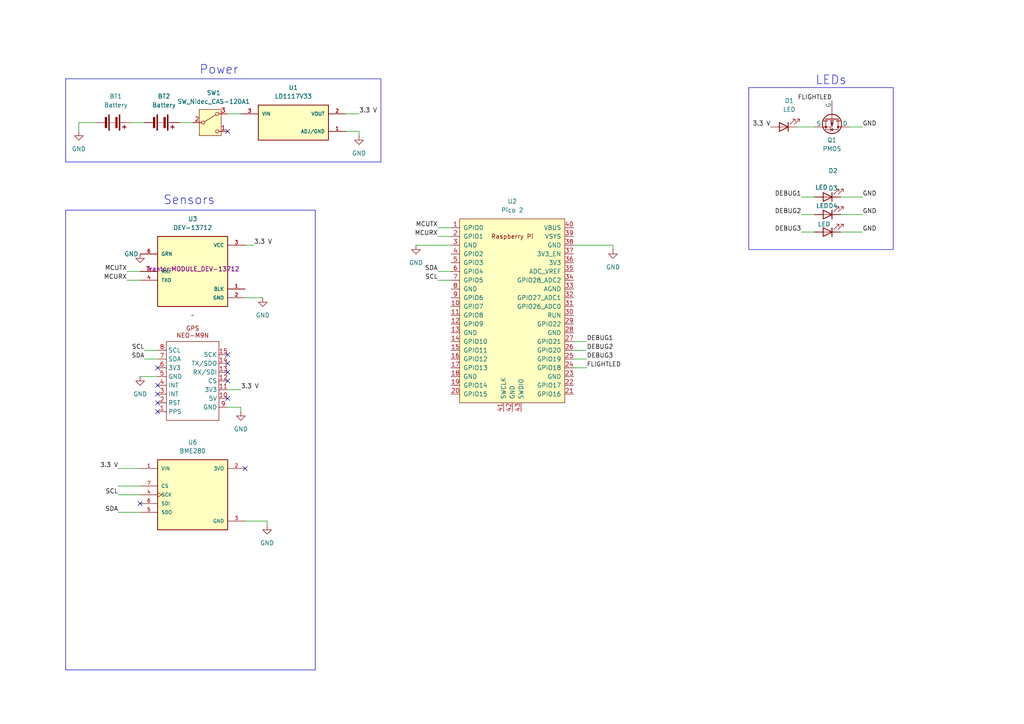
<source format=kicad_sch>
(kicad_sch (version 20250114) (generator "eeschema") (generator_version "9.0")
  (paper "A4")
  (lib_symbols
    (symbol "Device:Battery" (pin_numbers (hide yes)) (pin_names (offset 0) (hide yes))
      (property "Reference" "BT" (at 2.54 2.54 0))
      (property "Value" "Battery" (at 2.54 0 0))
      (symbol "Battery_0_1"
        (rectangle (start -2.286 1.778) (end 2.286 1.524) (fill (type outline)))
        (rectangle (start -2.286 -1.27) (end 2.286 -1.524) (fill (type outline)))
        (rectangle (start -1.524 1.016) (end 1.524 0.508) (fill (type outline)))
        (rectangle (start -1.524 -2.032) (end 1.524 -2.54) (fill (type outline)))
        (polyline (pts (xy 0 1.778) (xy 0 2.54)))
        (polyline (pts (xy 0 0) (xy 0 0.254)))
        (polyline (pts (xy 0 -0.508) (xy 0 -0.254)))
        (polyline (pts (xy 0 -1.016) (xy 0 -0.762)))
        (polyline (pts (xy 0.762 3.048) (xy 1.778 3.048)) (stroke (width 0.254)))
        (polyline (pts (xy 1.27 3.556) (xy 1.27 2.54)) (stroke (width 0.254)))
      )
      (symbol "Battery_1_1"
        (pin passive line (at 0 5.08 270) (length 2.54) (name "+") (number "1"))
        (pin passive line (at 0 -5.08 90) (length 2.54) (name "-") (number "2"))
      )
    )
    (symbol "Device:LED" (pin_numbers (hide yes)) (pin_names (offset 1.016) (hide yes))
      (property "Reference" "D" (at 0 2.54 0))
      (property "Value" "LED" (at 0 -2.54 0))
      (symbol "LED_0_1"
        (polyline (pts (xy -3.048 -0.762) (xy -4.572 -2.286) (xy -3.81 -2.286) (xy -4.572 -2.286) (xy -4.572 -1.524)))
        (polyline (pts (xy -1.778 -0.762) (xy -3.302 -2.286) (xy -2.54 -2.286) (xy -3.302 -2.286) (xy -3.302 -1.524)))
        (polyline (pts (xy -1.27 0) (xy 1.27 0)))
        (polyline (pts (xy -1.27 -1.27) (xy -1.27 1.27)) (stroke (width 0.254)))
        (polyline (pts (xy 1.27 -1.27) (xy 1.27 1.27) (xy -1.27 0) (xy 1.27 -1.27)) (stroke (width 0.254)))
      )
      (symbol "LED_1_1"
        (pin passive line (at -3.81 0 0) (length 2.54) (name "K") (number "1"))
        (pin passive line (at 3.81 0 180) (length 2.54) (name "A") (number "2"))
      )
    )
    (symbol "Simulation_SPICE:PMOS" (pin_numbers (hide yes)) (pin_names (offset 0))
      (property "Reference" "Q" (at 5.08 1.27 0))
      (property "Value" "PMOS" (at 5.08 -1.27 0))
      (symbol "PMOS_0_1"
        (polyline (pts (xy 0.254 1.905) (xy 0.254 -1.905)) (stroke (width 0.254)))
        (polyline (pts (xy 0.254 0) (xy -2.54 0)))
        (polyline (pts (xy 0.762 2.286) (xy 0.762 1.27)) (stroke (width 0.254)))
        (polyline (pts (xy 0.762 1.778) (xy 3.302 1.778) (xy 3.302 -1.778) (xy 0.762 -1.778)))
        (polyline (pts (xy 0.762 0.508) (xy 0.762 -0.508)) (stroke (width 0.254)))
        (polyline (pts (xy 0.762 -1.27) (xy 0.762 -2.286)) (stroke (width 0.254)))
        (circle (center 1.651 0) (radius 2.794) (stroke (width 0.254)))
        (polyline (pts (xy 2.286 0) (xy 1.27 0.381) (xy 1.27 -0.381) (xy 2.286 0)) (fill (type outline)))
        (polyline (pts (xy 2.54 2.54) (xy 2.54 1.778)))
        (circle (center 2.54 1.778) (radius 0.254) (fill (type outline)))
        (circle (center 2.54 -1.778) (radius 0.254) (fill (type outline)))
        (polyline (pts (xy 2.54 -2.54) (xy 2.54 0) (xy 0.762 0)))
        (polyline (pts (xy 2.794 -0.508) (xy 2.921 -0.381) (xy 3.683 -0.381) (xy 3.81 -0.254)))
        (polyline (pts (xy 3.302 -0.381) (xy 2.921 0.254) (xy 3.683 0.254) (xy 3.302 -0.381)))
      )
      (symbol "PMOS_1_1"
        (pin input line (at -5.08 0 0) (length 2.54) (name "G") (number "2"))
        (pin passive line (at 2.54 5.08 270) (length 2.54) (name "D") (number "1"))
        (pin passive line (at 2.54 -5.08 90) (length 2.54) (name "S") (number "3"))
      )
    )
    (symbol "Switch:SW_Nidec_CAS-120A1" (pin_names (offset 1) (hide yes))
      (property "Reference" "SW" (at 0 4.318 0))
      (property "Value" "SW_Nidec_CAS-120A1" (at 0 -5.08 0))
      (symbol "SW_Nidec_CAS-120A1_0_1"
        (circle (center -2.032 0) (radius 0.4572))
        (polyline (pts (xy -1.651 0.254) (xy 1.651 2.286)))
        (circle (center 2.032 2.54) (radius 0.4572))
        (circle (center 2.032 -2.54) (radius 0.4572))
      )
      (symbol "SW_Nidec_CAS-120A1_1_1"
        (rectangle (start -3.175 3.81) (end 3.175 -3.81) (fill (type background)))
        (pin passive line (at -5.08 0 0) (length 2.54) (name "B") (number "2"))
        (pin passive line (at 5.08 2.54 180) (length 2.54) (name "A") (number "3"))
        (pin passive line (at 5.08 -2.54 180) (length 2.54) (name "C") (number "1"))
      )
    )
    (symbol "Trantor:BME280" (pin_names (offset 1.016))
      (property "Reference" "U" (at -10.16 10.795 0))
      (property "Value" "BME280" (at 0 -12.192 0))
      (symbol "BME280_0_0"
        (rectangle (start -10.16 -10.16) (end 10.16 10.16) (stroke (width 0.254)) (fill (type background)))
        (pin input line (at -15.24 7.62 0) (length 5.08) (name "VIN") (number "1"))
        (pin input line (at -15.24 2.54 0) (length 5.08) (name "CS") (number "7"))
        (pin input clock (at -15.24 0 0) (length 5.08) (name "SCK") (number "4"))
        (pin input line (at -15.24 -2.54 0) (length 5.08) (name "SDI") (number "6"))
        (pin output line (at -15.24 -5.08 0) (length 5.08) (name "SDO") (number "5"))
        (pin output line (at 15.24 7.62 180) (length 5.08) (name "3VO") (number "2"))
        (pin power_in line (at 15.24 -7.62 180) (length 5.08) (name "GND") (number "3"))
      )
    )
    (symbol "Trantor:DEV-13712" (pin_names (offset 1.016))
      (property "Reference" "U" (at -10.16 10.922 0))
      (property "Value" "DEV-13712" (at -10.16 -12.7 0))
      (symbol "DEV-13712_0_0"
        (rectangle (start -10.16 -10.16) (end 10.16 10.16) (stroke (width 0.254)) (fill (type background)))
        (pin input line (at -15.24 5.08 0) (length 5.08) (name "GRN") (number "6"))
        (pin input line (at -15.24 0 0) (length 5.08) (name "RXI") (number "5"))
        (pin output line (at -15.24 -2.54 0) (length 5.08) (name "TXO") (number "4"))
        (pin power_in line (at 15.24 7.62 180) (length 5.08) (name "VCC") (number "3"))
        (pin power_in line (at 15.24 -5.08 180) (length 5.08) (name "BLK") (number "1"))
        (pin power_in line (at 15.24 -7.62 180) (length 5.08) (name "GND") (number "2"))
      )
    )
    (symbol "Trantor:GPS"
      (symbol "GPS_0_1"
        (rectangle (start -7.62 15.24) (end 7.62 -7.62))
      )
      (symbol "GPS_1_1"
        (text "GPS\nNEO-M9N" (at 0 18.034 0) (effects (font (size 1.27 1.27))))
        (pin bidirectional line (at -10.16 12.7 0) (length 2.54) (name "SCL") (number "8"))
        (pin output line (at -10.16 10.16 0) (length 2.54) (name "SDA") (number "7"))
        (pin input line (at -10.16 7.62 0) (length 2.54) (name "3V3") (number "6"))
        (pin output line (at -10.16 5.08 0) (length 2.54) (name "GND") (number "5"))
        (pin input line (at -10.16 2.54 0) (length 2.54) (name "INT") (number "4"))
        (pin input line (at -10.16 0 0) (length 2.54) (name "INT") (number "3"))
        (pin input line (at -10.16 -2.54 0) (length 2.54) (name "RST") (number "2"))
        (pin input line (at -10.16 -5.08 0) (length 2.54) (name "PPS") (number "1"))
        (pin input line (at 10.16 11.43 180) (length 2.54) (name "SCK") (number "15"))
        (pin input line (at 10.16 8.89 180) (length 2.54) (name "TX/SDO") (number "14"))
        (pin input line (at 10.16 6.35 180) (length 2.54) (name "RX/SDI") (number "13"))
        (pin input line (at 10.16 3.81 180) (length 2.54) (name "CS") (number "12"))
        (pin input line (at 10.16 1.27 180) (length 2.54) (name "3V3") (number "11"))
        (pin input line (at 10.16 -1.27 180) (length 2.54) (name "5V") (number "10"))
        (pin input line (at 10.16 -3.81 180) (length 2.54) (name "GND") (number "9"))
      )
    )
    (symbol "Trantor:LD1117V33" (pin_names (offset 1.016))
      (property "Reference" "U" (at -10.16 5.842 0))
      (property "Value" "LD1117V33" (at -10.16 -7.62 0))
      (symbol "LD1117V33_0_0"
        (rectangle (start -10.16 -5.08) (end 10.16 5.08) (stroke (width 0.254)) (fill (type background)))
        (pin input line (at -15.24 2.54 0) (length 5.08) (name "VIN") (number "3"))
        (pin output line (at 15.24 2.54 180) (length 5.08) (name "VOUT") (number "2"))
        (pin passive line (at 15.24 -2.54 180) (length 5.08) (name "ADJ/GND") (number "1"))
      )
    )
    (symbol "Trantor:Pico" (pin_names (offset 1.016))
      (property "Reference" "U" (at -13.97 27.94 0))
      (property "Value" "Pico 2" (at 0 19.05 0))
      (symbol "Pico_0_0"
        (text "Raspberry Pi" (at 0 21.59 0) (effects (font (size 1.27 1.27))))
      )
      (symbol "Pico_0_1"
        (rectangle (start -15.24 26.67) (end 15.24 -26.67) (fill (type background)))
      )
      (symbol "Pico_1_1"
        (pin bidirectional line (at -17.78 24.13 0) (length 2.54) (name "GPIO0") (number "1"))
        (pin bidirectional line (at -17.78 21.59 0) (length 2.54) (name "GPIO1") (number "2"))
        (pin power_in line (at -17.78 19.05 0) (length 2.54) (name "GND") (number "3"))
        (pin bidirectional line (at -17.78 16.51 0) (length 2.54) (name "GPIO2") (number "4"))
        (pin bidirectional line (at -17.78 13.97 0) (length 2.54) (name "GPIO3") (number "5"))
        (pin bidirectional line (at -17.78 11.43 0) (length 2.54) (name "GPIO4") (number "6"))
        (pin bidirectional line (at -17.78 8.89 0) (length 2.54) (name "GPIO5") (number "7"))
        (pin power_in line (at -17.78 6.35 0) (length 2.54) (name "GND") (number "8"))
        (pin bidirectional line (at -17.78 3.81 0) (length 2.54) (name "GPIO6") (number "9"))
        (pin bidirectional line (at -17.78 1.27 0) (length 2.54) (name "GPIO7") (number "10"))
        (pin bidirectional line (at -17.78 -1.27 0) (length 2.54) (name "GPIO8") (number "11"))
        (pin bidirectional line (at -17.78 -3.81 0) (length 2.54) (name "GPIO9") (number "12"))
        (pin power_in line (at -17.78 -6.35 0) (length 2.54) (name "GND") (number "13"))
        (pin bidirectional line (at -17.78 -8.89 0) (length 2.54) (name "GPIO10") (number "14"))
        (pin bidirectional line (at -17.78 -11.43 0) (length 2.54) (name "GPIO11") (number "15"))
        (pin bidirectional line (at -17.78 -13.97 0) (length 2.54) (name "GPIO12") (number "16"))
        (pin bidirectional line (at -17.78 -16.51 0) (length 2.54) (name "GPIO13") (number "17"))
        (pin power_in line (at -17.78 -19.05 0) (length 2.54) (name "GND") (number "18"))
        (pin bidirectional line (at -17.78 -21.59 0) (length 2.54) (name "GPIO14") (number "19"))
        (pin bidirectional line (at -17.78 -24.13 0) (length 2.54) (name "GPIO15") (number "20"))
        (pin input line (at -2.54 -29.21 90) (length 2.54) (name "SWCLK") (number "41"))
        (pin power_in line (at 0 -29.21 90) (length 2.54) (name "GND") (number "42"))
        (pin bidirectional line (at 2.54 -29.21 90) (length 2.54) (name "SWDIO") (number "43"))
        (pin unspecified line (at 17.78 24.13 180) (length 2.54) (name "VBUS") (number "40"))
        (pin unspecified line (at 17.78 21.59 180) (length 2.54) (name "VSYS") (number "39"))
        (pin bidirectional line (at 17.78 19.05 180) (length 2.54) (name "GND") (number "38"))
        (pin input line (at 17.78 16.51 180) (length 2.54) (name "3V3_EN") (number "37"))
        (pin unspecified line (at 17.78 13.97 180) (length 2.54) (name "3V3") (number "36"))
        (pin unspecified line (at 17.78 11.43 180) (length 2.54) (name "ADC_VREF") (number "35"))
        (pin bidirectional line (at 17.78 8.89 180) (length 2.54) (name "GPIO28_ADC2") (number "34"))
        (pin power_in line (at 17.78 6.35 180) (length 2.54) (name "AGND") (number "33"))
        (pin bidirectional line (at 17.78 3.81 180) (length 2.54) (name "GPIO27_ADC1") (number "32"))
        (pin bidirectional line (at 17.78 1.27 180) (length 2.54) (name "GPIO26_ADC0") (number "31"))
        (pin input line (at 17.78 -1.27 180) (length 2.54) (name "RUN") (number "30"))
        (pin bidirectional line (at 17.78 -3.81 180) (length 2.54) (name "GPIO22") (number "29"))
        (pin power_in line (at 17.78 -6.35 180) (length 2.54) (name "GND") (number "28"))
        (pin bidirectional line (at 17.78 -8.89 180) (length 2.54) (name "GPIO21") (number "27"))
        (pin bidirectional line (at 17.78 -11.43 180) (length 2.54) (name "GPIO20") (number "26"))
        (pin bidirectional line (at 17.78 -13.97 180) (length 2.54) (name "GPIO19") (number "25"))
        (pin bidirectional line (at 17.78 -16.51 180) (length 2.54) (name "GPIO18") (number "24"))
        (pin power_in line (at 17.78 -19.05 180) (length 2.54) (name "GND") (number "23"))
        (pin bidirectional line (at 17.78 -21.59 180) (length 2.54) (name "GPIO17") (number "22"))
        (pin bidirectional line (at 17.78 -24.13 180) (length 2.54) (name "GPIO16") (number "21"))
      )
    )
    (symbol "power:GND" (power) (pin_numbers (hide yes)) (pin_names (offset 0) (hide yes))
      (property "Value" "GND" (at 0 -3.81 0))
      (symbol "GND_0_1"
        (polyline (pts (xy 0 0) (xy 0 -1.27) (xy 1.27 -1.27) (xy 0 -2.54) (xy -1.27 -1.27) (xy 0 -1.27)))
      )
      (symbol "GND_1_1"
        (pin power_in line (at 0 0 270) (length 0) (name "~") (number "1"))
      )
    )
  )
  (rectangle (start 19.05 60.96) (end 91.44 194.31))
  (rectangle (start 19.05 22.86) (end 110.49 46.99))
  (rectangle (start 217.17 25.4) (end 259.08 72.39))
  (text "Power\n" (at 63.5 20.32 0) (effects (font (size 2.54 2.54))))
  (text "Sensors" (at 54.864 58.166 0) (effects (font (size 2.54 2.54))))
  (text "LEDs" (at 241.046 23.368 0) (effects (font (size 2.54 2.54))))
  (no_connect (at 66.04 105.41))
  (no_connect (at 45.72 106.68))
  (no_connect (at 71.12 135.89))
  (no_connect (at 45.72 111.76))
  (no_connect (at 66.04 115.57))
  (no_connect (at 66.04 107.95))
  (no_connect (at 66.04 110.49))
  (no_connect (at 45.72 114.3))
  (no_connect (at 66.04 102.87))
  (no_connect (at 45.72 119.38))
  (no_connect (at 45.72 116.84))
  (no_connect (at 66.04 38.1))
  (no_connect (at 40.64 146.05))
  (wire (pts (xy 236.22 57.15) (xy 232.41 57.15)))
  (wire (pts (xy 40.64 109.22) (xy 45.72 109.22)))
  (wire (pts (xy 69.85 118.11) (xy 69.85 119.38)))
  (wire (pts (xy 41.91 101.6) (xy 45.72 101.6)))
  (wire (pts (xy 69.85 113.03) (xy 66.04 113.03)))
  (wire (pts (xy 36.83 81.28) (xy 40.64 81.28)))
  (wire (pts (xy 52.07 35.56) (xy 55.88 35.56)))
  (wire (pts (xy 250.19 57.15) (xy 243.84 57.15)))
  (wire (pts (xy 170.18 101.6) (xy 166.37 101.6)))
  (wire (pts (xy 34.29 140.97) (xy 40.64 140.97)))
  (wire (pts (xy 250.19 62.23) (xy 243.84 62.23)))
  (wire (pts (xy 120.65 71.12) (xy 130.81 71.12)))
  (wire (pts (xy 34.29 135.89) (xy 40.64 135.89)))
  (wire (pts (xy 41.91 104.14) (xy 45.72 104.14)))
  (wire (pts (xy 127 66.04) (xy 130.81 66.04)))
  (wire (pts (xy 231.14 36.83) (xy 236.22 36.83)))
  (wire (pts (xy 100.33 33.02) (xy 104.14 33.02)))
  (wire (pts (xy 236.22 67.31) (xy 232.41 67.31)))
  (wire (pts (xy 73.66 71.12) (xy 71.12 71.12)))
  (wire (pts (xy 34.29 148.59) (xy 40.64 148.59)))
  (wire (pts (xy 236.22 62.23) (xy 232.41 62.23)))
  (wire (pts (xy 127 68.58) (xy 130.81 68.58)))
  (wire (pts (xy 22.86 35.56) (xy 22.86 38.1)))
  (wire (pts (xy 250.19 36.83) (xy 246.38 36.83)))
  (wire (pts (xy 71.12 151.13) (xy 77.47 151.13)))
  (wire (pts (xy 66.04 118.11) (xy 69.85 118.11)))
  (wire (pts (xy 34.29 143.51) (xy 40.64 143.51)))
  (wire (pts (xy 127 78.74) (xy 130.81 78.74)))
  (wire (pts (xy 170.18 104.14) (xy 166.37 104.14)))
  (wire (pts (xy 100.33 38.1) (xy 104.14 38.1)))
  (wire (pts (xy 170.18 106.68) (xy 166.37 106.68)))
  (wire (pts (xy 36.83 78.74) (xy 40.64 78.74)))
  (wire (pts (xy 170.18 99.06) (xy 166.37 99.06)))
  (wire (pts (xy 22.86 35.56) (xy 27.94 35.56)))
  (wire (pts (xy 66.04 33.02) (xy 69.85 33.02)))
  (wire (pts (xy 104.14 38.1) (xy 104.14 39.37)))
  (wire (pts (xy 177.8 72.39) (xy 177.8 71.12)))
  (wire (pts (xy 127 81.28) (xy 130.81 81.28)))
  (wire (pts (xy 76.2 86.36) (xy 71.12 86.36)))
  (wire (pts (xy 250.19 67.31) (xy 243.84 67.31)))
  (wire (pts (xy 177.8 71.12) (xy 166.37 71.12)))
  (wire (pts (xy 38.1 35.56) (xy 41.91 35.56)))
  (wire (pts (xy 77.47 151.13) (xy 77.47 152.4)))
  (label "DEBUG2" (at 232.41 62.23 180))
  (label "GND" (at 250.19 62.23 0))
  (label "3.3 V" (at 73.66 71.12 0))
  (label "SCL" (at 41.91 101.6 180))
  (label "DEBUG2" (at 170.18 101.6 0))
  (label "FLIGHTLED" (at 241.3 29.21 180))
  (label "3.3 V" (at 34.29 135.89 180))
  (label "SDA" (at 41.91 104.14 180))
  (label "FLIGHTLED" (at 170.18 106.68 0))
  (label "GND" (at 250.19 36.83 0))
  (label "DEBUG1" (at 170.18 99.06 0))
  (label "MCURX" (at 127 68.58 180))
  (label "DEBUG1" (at 232.41 57.15 180))
  (label "SCL" (at 34.29 143.51 180))
  (label "MCURX" (at 36.83 81.28 180))
  (label "SDA" (at 127 78.74 180))
  (label "SCL" (at 127 81.28 180))
  (label "3.3 V" (at 223.52 36.83 180))
  (label "3.3 V" (at 104.14 33.02 0))
  (label "3.3 V" (at 69.85 113.03 0))
  (label "GND" (at 250.19 57.15 0))
  (label "DEBUG3" (at 170.18 104.14 0))
  (label "MCUTX" (at 36.83 78.74 180))
  (label "SDA" (at 34.29 148.59 180))
  (label "DEBUG3" (at 232.41 67.31 180))
  (label "MCUTX" (at 127 66.04 180))
  (label "GND" (at 250.19 67.31 0))
  (symbol (lib_id "Trantor:Pico") (at 148.59 90.17 0) (unit 1)
    (property "Reference" "U2" (at 148.59 58.42 0))
    (property "Value" "Pico 2" (at 148.59 60.96 0))
    (property "Footprint" "Trantor:RPi_Pico_SMD_TH" (effects (hide yes)))
  )
  (symbol (lib_id "power:GND") (at 76.2 86.36 0) (unit 1)
    (property "Reference" "#PWR05" (effects (hide yes)))
    (property "Value" "GND" (at 76.2 91.44 0))
    (property "Description" "Power symbol creates a global label with name \"GND\" , ground" (effects (hide yes)))
  )
  (symbol (lib_id "power:GND") (at 40.64 73.66 0) (unit 1)
    (property "Reference" "#PWR06" (effects (hide yes)))
    (property "Value" "GND" (at 38.1 73.66 0))
    (property "Description" "Power symbol creates a global label with name \"GND\" , ground" (effects (hide yes)))
  )
  (symbol (lib_id "power:GND") (at 77.47 152.4 0) (unit 1)
    (property "Reference" "#PWR09" (effects (hide yes)))
    (property "Value" "GND" (at 77.47 157.48 0))
    (property "Description" "Power symbol creates a global label with name \"GND\" , ground" (effects (hide yes)))
  )
  (symbol (lib_id "power:GND") (at 69.85 119.38 0) (unit 1)
    (property "Reference" "#PWR07" (effects (hide yes)))
    (property "Value" "GND" (at 69.85 124.46 0))
    (property "Description" "Power symbol creates a global label with name \"GND\" , ground" (effects (hide yes)))
  )
  (symbol (lib_id "Device:LED") (at 240.03 67.31 180) (unit 1)
    (property "Reference" "D4" (at 241.6175 59.69 0))
    (property "Value" "LED" (at 239.014 65.024 0))
    (property "Description" "Light emitting diode" (effects (hide yes)))
    (property "Sim.Pins" "1=K 2=A" (effects (hide yes)))
  )
  (symbol (lib_id "Switch:SW_Nidec_CAS-120A1") (at 60.96 35.56 0) (unit 1)
    (property "Reference" "SW1" (at 61.976 26.924 0))
    (property "Value" "SW_Nidec_CAS-120A1" (at 61.976 29.464 0))
    (property "Footprint" "Button_Switch_SMD:Nidec_Copal_CAS-120A" (effects (hide yes)))
    (property "Datasheet" "https://www.nidec-components.com/e/catalog/switch/cas.pdf" (effects (hide yes)))
    (property "Description" "Switch, single pole double throw" (effects (hide yes)))
  )
  (symbol (lib_id "Device:LED") (at 240.03 62.23 180) (unit 1)
    (property "Reference" "D3" (at 241.6175 54.61 0))
    (property "Value" "LED" (at 238.506 59.69 0))
    (property "Description" "Light emitting diode" (effects (hide yes)))
    (property "Sim.Pins" "1=K 2=A" (effects (hide yes)))
  )
  (symbol (lib_id "power:GND") (at 120.65 71.12 0) (unit 1)
    (property "Reference" "#PWR03" (effects (hide yes)))
    (property "Value" "GND" (at 120.65 76.2 0))
    (property "Description" "Power symbol creates a global label with name \"GND\" , ground" (effects (hide yes)))
  )
  (symbol (lib_id "power:GND") (at 104.14 39.37 0) (unit 1)
    (property "Reference" "#PWR02" (effects (hide yes)))
    (property "Value" "GND" (at 104.14 44.45 0))
    (property "Description" "Power symbol creates a global label with name \"GND\" , ground" (effects (hide yes)))
  )
  (symbol (lib_id "Trantor:GPS") (at 55.88 114.3 0) (unit 1)
    (property "Reference" "U4" (effects (hide yes)))
    (property "Value" "~" (at 55.88 91.44 0))
    (property "Footprint" "Trantor:GPS" (effects (hide yes)))
  )
  (symbol (lib_id "Device:LED") (at 240.03 57.15 180) (unit 1)
    (property "Reference" "D2" (at 241.6175 49.53 0))
    (property "Value" "LED" (at 238.252 54.356 0))
    (property "Description" "Light emitting diode" (effects (hide yes)))
    (property "Sim.Pins" "1=K 2=A" (effects (hide yes)))
  )
  (symbol (lib_id "Device:LED") (at 227.33 36.83 180) (unit 1)
    (property "Reference" "D1" (at 228.9175 29.21 0))
    (property "Value" "LED" (at 228.9175 31.75 0))
    (property "Description" "Light emitting diode" (effects (hide yes)))
    (property "Sim.Pins" "1=K 2=A" (effects (hide yes)))
  )
  (symbol (lib_id "Trantor:DEV-13712") (at 55.88 78.74 0) (unit 1)
    (property "Reference" "U3" (at 55.88 63.5 0))
    (property "Value" "DEV-13712" (at 55.88 66.04 0))
    (property "Footprint" "Trantor:MODULE_DEV-13712" (at 55.88 78.74 0) (effects (justify bottom)))
    (property "MF" "Sparkfun Electronics" (effects (hide yes)))
    (property "Description_1" "OpenLog Data Logger [SparkFun Electronics] DEV-13712 OpenLog Data Logger 845156006540" (effects (hide yes)))
    (property "Package" "None" (effects (hide yes)))
    (property "Price" "None" (effects (hide yes)))
    (property "Check_prices" "https://www.snapeda.com/parts/DEV13712/SparkFun/view-part/?ref=eda" (effects (hide yes)))
    (property "STANDARD" "Manufacturer Recommendations" (effects (hide yes)))
    (property "PARTREV" "v15" (effects (hide yes)))
    (property "SnapEDA_Link" "https://www.snapeda.com/parts/DEV13712/SparkFun/view-part/?ref=snap" (effects (hide yes)))
    (property "MP" "DEV13712" (effects (hide yes)))
    (property "MANUFACTURER" "SparkFun" (effects (hide yes)))
    (property "Availability" "In Stock" (effects (hide yes)))
    (property "SNAPEDA_PN" "DEV-13712" (effects (hide yes)))
  )
  (symbol (lib_id "Device:Battery") (at 33.02 35.56 270) (unit 1)
    (property "Reference" "BT1" (at 33.5915 27.94 90))
    (property "Value" "Battery" (at 33.5915 30.48 90))
    (property "Description" "Multiple-cell battery" (effects (hide yes)))
  )
  (symbol (lib_id "power:GND") (at 177.8 72.39 0) (unit 1)
    (property "Reference" "#PWR04" (effects (hide yes)))
    (property "Value" "GND" (at 177.8 77.47 0))
    (property "Description" "Power symbol creates a global label with name \"GND\" , ground" (effects (hide yes)))
  )
  (symbol (lib_id "power:GND") (at 22.86 38.1 0) (unit 1)
    (property "Reference" "#PWR01" (effects (hide yes)))
    (property "Value" "GND" (at 22.86 43.18 0))
    (property "Description" "Power symbol creates a global label with name \"GND\" , ground" (effects (hide yes)))
  )
  (symbol (lib_id "Trantor:LD1117V33") (at 85.09 35.56 0) (unit 1)
    (property "Reference" "U1" (at 85.09 25.4 0))
    (property "Value" "LD1117V33" (at 85.09 27.94 0))
    (property "Footprint" "Trantor:TO255P1020X450X1968-3" (effects (hide yes)))
    (property "MF" "STMicroelectronics" (effects (hide yes)))
    (property "MAXIMUM_PACKAGE_HEIGHT" "19.68mm" (effects (hide yes)))
    (property "Package" "TO-220 STMicroelectronics" (effects (hide yes)))
    (property "Price" "None" (effects (hide yes)))
    (property "Check_prices" "https://www.snapeda.com/parts/LD1117V33/STMicroelectronics/view-part/?ref=eda" (effects (hide yes)))
    (property "STANDARD" "IPC-7351B" (effects (hide yes)))
    (property "PARTREV" "37" (effects (hide yes)))
    (property "SnapEDA_Link" "https://www.snapeda.com/parts/LD1117V33/STMicroelectronics/view-part/?ref=snap" (effects (hide yes)))
    (property "MP" "LD1117V33" (effects (hide yes)))
    (property "Description_1" "Linear Voltage Regulator IC Positive Fixed 1 Output  800mA TO-220AB" (effects (hide yes)))
    (property "Availability" "In Stock" (effects (hide yes)))
    (property "MANUFACTURER" "ST Microelectronics" (effects (hide yes)))
  )
  (symbol (lib_id "Trantor:BME280") (at 55.88 143.51 0) (unit 1)
    (property "Reference" "U6" (at 55.88 128.27 0))
    (property "Value" "BME280" (at 55.88 130.81 0))
    (property "Footprint" "Trantor:BME280" (effects (hide yes)))
    (property "MF" "Adafruit" (effects (hide yes)))
    (property "MAXIMUM_PACKAGE_HEIGHT" "3 mm" (effects (hide yes)))
    (property "Package" "Package" (effects (hide yes)))
    (property "Price" "None" (effects (hide yes)))
    (property "Check_prices" "https://www.snapeda.com/parts/2652/Adafruit+Industries/view-part/?ref=eda" (effects (hide yes)))
    (property "STANDARD" "Manufacturer Recommendations" (effects (hide yes)))
    (property "PARTREV" "N/A" (effects (hide yes)))
    (property "SnapEDA_Link" "https://www.snapeda.com/parts/2652/Adafruit+Industries/view-part/?ref=snap" (effects (hide yes)))
    (property "MP" "2652" (effects (hide yes)))
    (property "Description_1" "Adafruit BME280 I2C or SPI Temperature Humidity Pressure Sensor | Adafruit Industries 2652 STEMMA QT Version" (effects (hide yes)))
    (property "Availability" "In Stock" (effects (hide yes)))
    (property "MANUFACTURER" "Adafruit" (effects (hide yes)))
  )
  (symbol (lib_id "power:GND") (at 40.64 109.22 0) (unit 1)
    (property "Reference" "#PWR08" (effects (hide yes)))
    (property "Value" "GND" (at 40.64 114.3 0))
    (property "Description" "Power symbol creates a global label with name \"GND\" , ground" (effects (hide yes)))
  )
  (symbol (lib_id "Simulation_SPICE:PMOS") (at 241.3 34.29 270) (unit 1)
    (property "Reference" "Q1" (at 241.3 40.64 90))
    (property "Value" "PMOS" (at 241.3 43.18 90))
    (property "Datasheet" "https://ngspice.sourceforge.io/docs/ngspice-html-manual/manual.xhtml#cha_MOSFETs" (effects (hide yes)))
    (property "Description" "P-MOSFET transistor, drain/source/gate" (effects (hide yes)))
    (property "Sim.Device" "PMOS" (effects (hide yes)))
    (property "Sim.Type" "VDMOS" (effects (hide yes)))
    (property "Sim.Pins" "1=D 2=G 3=S" (effects (hide yes)))
  )
  (symbol (lib_id "Device:Battery") (at 46.99 35.56 270) (unit 1)
    (property "Reference" "BT2" (at 47.5615 27.94 90))
    (property "Value" "Battery" (at 47.5615 30.48 90))
    (property "Footprint" "Battery:BatteryHolder_Keystone_2462_2xAA" (effects (hide yes)))
    (property "Description" "Multiple-cell battery" (effects (hide yes)))
  )
)
</source>
